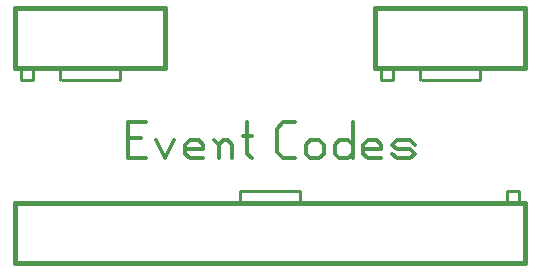
<source format=gbr>
G04 start of page 8 for group -4079 idx -4079 *
G04 Title: (unknown), topsilk *
G04 Creator: pcb 20140316 *
G04 CreationDate: Wed 08 Jan 2020 09:12:33 PM GMT UTC *
G04 For: thomasc *
G04 Format: Gerber/RS-274X *
G04 PCB-Dimensions (mil): 2000.00 1000.00 *
G04 PCB-Coordinate-Origin: lower left *
%MOIN*%
%FSLAX25Y25*%
%LNTOPSILK*%
%ADD31C,0.0100*%
%ADD30C,0.0150*%
%ADD29C,0.0120*%
G54D29*X52500Y49100D02*X57000D01*
X52500Y42500D02*X58500D01*
X52500Y54500D02*Y42500D01*
Y54500D02*X58500D01*
X62100Y48500D02*X65100Y42500D01*
X68100Y48500D02*X65100Y42500D01*
X73200D02*X77700D01*
X71700Y44000D02*X73200Y42500D01*
X71700Y47000D02*Y44000D01*
Y47000D02*X73200Y48500D01*
X76200D01*
X77700Y47000D01*
X71700Y45500D02*X77700D01*
Y47000D02*Y45500D01*
X82800Y47000D02*Y42500D01*
Y47000D02*X84300Y48500D01*
X85800D01*
X87300Y47000D01*
Y42500D01*
X81300Y48500D02*X82800Y47000D01*
X92400Y54500D02*Y44000D01*
X93900Y42500D01*
X90900Y50000D02*X93900D01*
X104400Y42500D02*X108300D01*
X102300Y44600D02*X104400Y42500D01*
X102300Y52400D02*Y44600D01*
Y52400D02*X104400Y54500D01*
X108300D01*
X111900Y47000D02*Y44000D01*
Y47000D02*X113400Y48500D01*
X116400D01*
X117900Y47000D01*
Y44000D01*
X116400Y42500D02*X117900Y44000D01*
X113400Y42500D02*X116400D01*
X111900Y44000D02*X113400Y42500D01*
X127500Y54500D02*Y42500D01*
X126000D02*X127500Y44000D01*
X123000Y42500D02*X126000D01*
X121500Y44000D02*X123000Y42500D01*
X121500Y47000D02*Y44000D01*
Y47000D02*X123000Y48500D01*
X126000D01*
X127500Y47000D01*
X132600Y42500D02*X137100D01*
X131100Y44000D02*X132600Y42500D01*
X131100Y47000D02*Y44000D01*
Y47000D02*X132600Y48500D01*
X135600D01*
X137100Y47000D01*
X131100Y45500D02*X137100D01*
Y47000D02*Y45500D01*
X142200Y42500D02*X146700D01*
X148200Y44000D01*
X146700Y45500D02*X148200Y44000D01*
X142200Y45500D02*X146700D01*
X140700Y47000D02*X142200Y45500D01*
X140700Y47000D02*X142200Y48500D01*
X146700D01*
X148200Y47000D01*
X140700Y44000D02*X142200Y42500D01*
G54D30*X15000Y27500D02*Y7500D01*
X185000Y27500D02*Y7500D01*
G54D31*X183000Y31500D02*Y27500D01*
G54D30*X15000D02*X185000D01*
G54D31*X179000Y31500D02*X183000D01*
G54D30*X15000Y7500D02*X185000D01*
G54D31*X179000Y31500D02*Y27500D01*
X90000Y31500D02*Y27500D01*
X110000Y31500D02*Y27500D01*
X90000Y31500D02*X109500D01*
G54D30*X65000Y92500D02*Y72500D01*
X15000Y92500D02*Y72500D01*
G54D31*X17000D02*Y68500D01*
G54D30*X15000Y72500D02*X65000D01*
G54D31*X17000Y68500D02*X21000D01*
G54D30*X15000Y92500D02*X65000D01*
G54D31*X21000Y72500D02*Y68500D01*
X50000Y72500D02*Y68500D01*
X30000Y72500D02*Y68500D01*
X30500D02*X50000D01*
G54D30*X185000Y92500D02*Y72500D01*
X135000Y92500D02*Y72500D01*
G54D31*X137000D02*Y68500D01*
G54D30*X135000Y72500D02*X185000D01*
G54D31*X137000Y68500D02*X141000D01*
G54D30*X135000Y92500D02*X185000D01*
G54D31*X141000Y72500D02*Y68500D01*
X170000Y72500D02*Y68500D01*
X150000Y72500D02*Y68500D01*
X150500D02*X170000D01*
M02*

</source>
